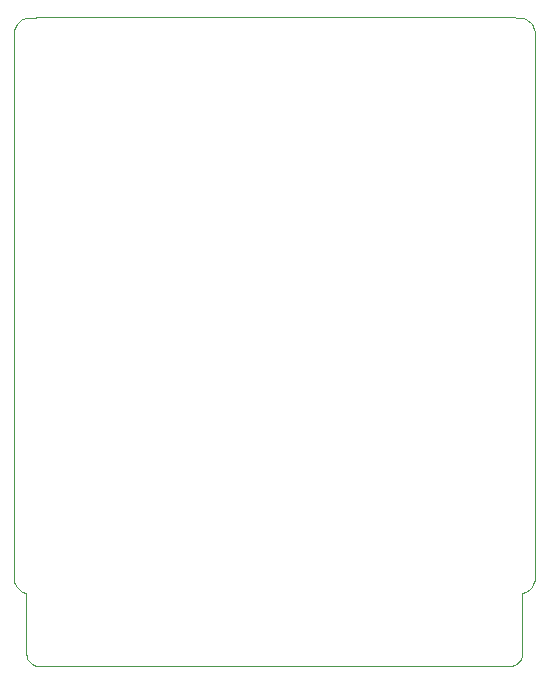
<source format=gm1>
G04 #@! TF.GenerationSoftware,KiCad,Pcbnew,(7.0.0)*
G04 #@! TF.CreationDate,2023-04-17T17:46:40-04:00*
G04 #@! TF.ProjectId,AA Design THT Modify,41412044-6573-4696-976e-20544854204d,rev?*
G04 #@! TF.SameCoordinates,Original*
G04 #@! TF.FileFunction,Profile,NP*
%FSLAX46Y46*%
G04 Gerber Fmt 4.6, Leading zero omitted, Abs format (unit mm)*
G04 Created by KiCad (PCBNEW (7.0.0)) date 2023-04-17 17:46:40*
%MOMM*%
%LPD*%
G01*
G04 APERTURE LIST*
G04 #@! TA.AperFunction,Profile*
%ADD10C,0.100000*%
G04 #@! TD*
G04 APERTURE END LIST*
D10*
X41624410Y-36420132D02*
X41553442Y-36526584D01*
X41269571Y-44971752D02*
X41269571Y-50471756D01*
X41269571Y-50471756D02*
X41269571Y-55971761D01*
X85411543Y-49158852D02*
X85411543Y-43552396D01*
X41305055Y-83720171D02*
X41376023Y-83933074D01*
X63376041Y-90852435D02*
X68379270Y-90852435D01*
X41695378Y-84358881D02*
X41979249Y-84536300D01*
X43292153Y-35923357D02*
X43008282Y-35958841D01*
X42972798Y-90745983D02*
X43150218Y-90816951D01*
X82288959Y-35887874D02*
X77605084Y-35887874D01*
X82501863Y-35887874D02*
X82288959Y-35887874D01*
X68379270Y-90852435D02*
X73382500Y-90852435D01*
X77605084Y-35887874D02*
X72885726Y-35887874D01*
X84098638Y-90391144D02*
X84205090Y-90213724D01*
X85411543Y-66049189D02*
X85411543Y-60407248D01*
X43008282Y-35958841D02*
X42724411Y-35958841D01*
X83282509Y-90852435D02*
X83495412Y-90816951D01*
X83672831Y-90745983D02*
X83850251Y-90639531D01*
X41269571Y-83400816D02*
X41269571Y-83436300D01*
X85376059Y-83436300D02*
X85376059Y-83400816D01*
X84311542Y-84820172D02*
X84311542Y-84678236D01*
X85340575Y-37023358D02*
X85340575Y-36987874D01*
X41695378Y-36349164D02*
X41624410Y-36420132D01*
X43150218Y-90816951D02*
X43363121Y-90852435D01*
X84276058Y-90036305D02*
X84311542Y-89823402D01*
X76576051Y-90852435D02*
X78279279Y-90852435D01*
X58834101Y-35887874D02*
X54150227Y-35852390D01*
X42334088Y-86594367D02*
X42334088Y-87445980D01*
X42440540Y-35958841D02*
X42369572Y-35958841D01*
X85376059Y-37484649D02*
X85376059Y-37378197D01*
X41269571Y-38939489D02*
X41269571Y-39223360D01*
X42334088Y-89113723D02*
X42334088Y-89823402D01*
X41305055Y-37058842D02*
X41305055Y-37094326D01*
X83885735Y-35958841D02*
X83672831Y-35923357D01*
X42440540Y-90213724D02*
X42546991Y-90391144D01*
X42795379Y-90639531D02*
X42972798Y-90745983D01*
X73382500Y-90852435D02*
X76576051Y-90852435D01*
X41269571Y-37555617D02*
X41269571Y-37839488D01*
X42334088Y-85245978D02*
X42334088Y-85849205D01*
X84950252Y-84358881D02*
X85127671Y-84145978D01*
X84985736Y-36349164D02*
X84843800Y-36207229D01*
X85376059Y-83400816D02*
X85411543Y-71691129D01*
X85376059Y-37058842D02*
X85340575Y-37023358D01*
X85411543Y-71691129D02*
X85411543Y-66049189D01*
X42334088Y-87445980D02*
X42334088Y-88297594D01*
X85340575Y-36987874D02*
X85340575Y-36952391D01*
X48366351Y-90852435D02*
X53369581Y-90852435D01*
X85376059Y-37094326D02*
X85376059Y-37058842D01*
X41269571Y-39223360D02*
X41269571Y-39507231D01*
X41269571Y-72436291D02*
X41269571Y-83400816D01*
X85305091Y-36881423D02*
X85269607Y-36774971D01*
X42369572Y-90036305D02*
X42440540Y-90213724D01*
X68201851Y-35887874D02*
X63517976Y-35887874D01*
X85340575Y-36952391D02*
X85340575Y-36916907D01*
X72885726Y-35887874D02*
X68201851Y-35887874D01*
X84311542Y-89113723D02*
X84311542Y-88297594D01*
X85411543Y-37874972D02*
X85411543Y-37768520D01*
X41766346Y-36242713D02*
X41695378Y-36349164D01*
X84311542Y-88297594D02*
X84311542Y-87445980D01*
X41269571Y-37839488D02*
X41269571Y-38123359D01*
X44782477Y-35852390D02*
X44498606Y-35887874D01*
X78279279Y-90852435D02*
X83282509Y-90852435D01*
X84311542Y-89823402D02*
X84311542Y-89113723D01*
X85411543Y-37768520D02*
X85411543Y-37662069D01*
X42156668Y-36029809D02*
X42085701Y-36029809D01*
X85340575Y-36916907D02*
X85305091Y-36881423D01*
X42546991Y-90391144D02*
X42653443Y-90533080D01*
X41517958Y-84145978D02*
X41695378Y-84358881D01*
X83992186Y-90533080D02*
X84098638Y-90391144D01*
X83672831Y-35923357D02*
X83424444Y-35923357D01*
X41305055Y-37236262D02*
X41305055Y-37271746D01*
X42334088Y-88297594D02*
X42334088Y-89113723D01*
X43895379Y-35887874D02*
X43611508Y-35923357D01*
X83495412Y-90816951D02*
X83672831Y-90745983D01*
X41837313Y-36207229D02*
X41766346Y-36242713D01*
X41269571Y-39507231D02*
X41269571Y-44971752D01*
X41269571Y-38371747D02*
X41269571Y-38655618D01*
X85411543Y-54800792D02*
X85411543Y-49158852D01*
X42298604Y-35994325D02*
X42227636Y-35994325D01*
X85376059Y-37200778D02*
X85376059Y-37129810D01*
X85411543Y-37662069D02*
X85411543Y-37591101D01*
X42334088Y-84820172D02*
X42334088Y-85245978D01*
X84630897Y-36100777D02*
X84417993Y-35994325D01*
X41305055Y-37165294D02*
X41305055Y-37200778D01*
X84311542Y-85849205D02*
X84311542Y-85245978D01*
X41411506Y-36810455D02*
X41340539Y-36952391D01*
X41305055Y-37271746D02*
X41269571Y-37555617D01*
X84417993Y-35994325D02*
X84134122Y-35958841D01*
X41305055Y-37200778D02*
X41305055Y-37236262D01*
X83424444Y-35923357D02*
X83211541Y-35923357D01*
X85411543Y-37591101D02*
X85376059Y-37484649D01*
X63517976Y-35887874D02*
X58834101Y-35887874D01*
X41340539Y-36952391D02*
X41340539Y-37023358D01*
X84205090Y-90213724D02*
X84276058Y-90036305D01*
X41482474Y-36668519D02*
X41411506Y-36810455D01*
X41269571Y-83542751D02*
X41305055Y-83720171D01*
X43611508Y-35923357D02*
X43292153Y-35923357D01*
X42334088Y-85849205D02*
X42334088Y-86594367D01*
X42334088Y-84678236D02*
X42334088Y-84820172D01*
X84134122Y-35958841D02*
X83885735Y-35958841D01*
X42369572Y-35958841D02*
X42298604Y-35994325D01*
X42724411Y-35958841D02*
X42440540Y-35958841D01*
X44498606Y-35887874D02*
X44179251Y-35887874D01*
X84311542Y-84678236D02*
X84666381Y-84536300D01*
X53369581Y-90852435D02*
X58372811Y-90852435D01*
X42014733Y-36065293D02*
X41979249Y-36100777D01*
X44179251Y-35887874D02*
X43895379Y-35887874D01*
X41269571Y-83436300D02*
X41269571Y-83542751D01*
X41340539Y-37023358D02*
X41305055Y-37058842D01*
X41553442Y-36526584D02*
X41482474Y-36668519D01*
X82963153Y-35923357D02*
X82750250Y-35887874D01*
X41908281Y-36136261D02*
X41837313Y-36207229D01*
X85127671Y-36491100D02*
X84985736Y-36349164D01*
X84666381Y-84536300D02*
X84950252Y-84358881D01*
X85127671Y-84145978D02*
X85269607Y-83933074D01*
X83211541Y-35923357D02*
X82963153Y-35923357D01*
X85198639Y-36633035D02*
X85127671Y-36491100D01*
X41269571Y-61436282D02*
X41269571Y-66936286D01*
X42334088Y-89823402D02*
X42369572Y-90036305D01*
X84843800Y-36207229D02*
X84630897Y-36100777D01*
X41979249Y-84536300D02*
X42334088Y-84678236D01*
X63517976Y-35887874D02*
X63517976Y-35887874D01*
X58372811Y-90852435D02*
X63376041Y-90852435D01*
X41269571Y-66936286D02*
X41269571Y-72436291D01*
X85269607Y-36774971D02*
X85198639Y-36633035D01*
X42653443Y-90533080D02*
X42795379Y-90639531D01*
X85411543Y-43552396D02*
X85411543Y-37910456D01*
X41269571Y-38123359D02*
X41269571Y-38371747D01*
X85411543Y-37910456D02*
X85411543Y-37874972D01*
X54150227Y-35852390D02*
X49466352Y-35852390D01*
X85376059Y-37307230D02*
X85376059Y-37200778D01*
X85340575Y-83720171D02*
X85376059Y-83542751D01*
X84311542Y-86594367D02*
X84311542Y-85849205D01*
X41376023Y-83933074D02*
X41517958Y-84145978D01*
X85411543Y-60407248D02*
X85411543Y-54800792D01*
X84311542Y-87445980D02*
X84311542Y-86594367D01*
X84311542Y-85245978D02*
X84311542Y-84820172D01*
X85376059Y-37378197D02*
X85376059Y-37307230D01*
X83850251Y-90639531D02*
X83992186Y-90533080D01*
X41979249Y-36100777D02*
X41908281Y-36136261D01*
X82750250Y-35887874D02*
X82501863Y-35887874D01*
X42227636Y-35994325D02*
X42156668Y-36029809D01*
X85376059Y-37129810D02*
X85376059Y-37094326D01*
X41305055Y-37129810D02*
X41305055Y-37165294D01*
X49466352Y-35852390D02*
X44782477Y-35852390D01*
X43363121Y-90852435D02*
X48366351Y-90852435D01*
X85376059Y-83542751D02*
X85376059Y-83436300D01*
X42085701Y-36029809D02*
X42014733Y-36065293D01*
X41269571Y-55971761D02*
X41269571Y-61436282D01*
X41269571Y-38655618D02*
X41269571Y-38939489D01*
X41305055Y-37094326D02*
X41305055Y-37129810D01*
X85269607Y-83933074D02*
X85340575Y-83720171D01*
M02*

</source>
